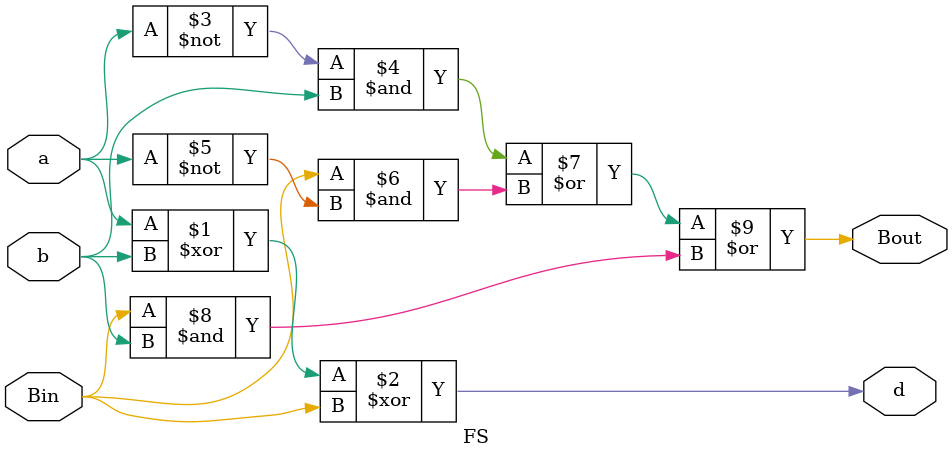
<source format=v>
module countUD5L(
    input clk,
    input Up,
    input Dw,
    input LD,
    input [4:0]Din,

    output [4:0]Q,
    output UTC,
    output DTC
);

    wire [4:0] D;
    wire [4:0] incr, decr;
    wire [4:0] carries;
    wire [4:0] borrows;
    
    FA FA0(
        .a(Q[0]),
        .b(1'b1),
        .Cin(1'b0),
        .s(incr[0]),
        .Cout(carries[0])
    );
    
    FA FA1(
        .a(Q[1]),
        .b(1'b0),
        .Cin(carries[0]),
        .s(incr[1]),
        .Cout(carries[1])
    );
    
    FA FA2(
        .a(Q[2]),
        .b(1'b0),
        .Cin(carries[1]),
        .s(incr[2]),
        .Cout(carries[2])
    );
    
    FA FA3(
        .a(Q[3]),
        .b(1'b0),
        .Cin(carries[2]),
        .s(incr[3]),
        .Cout(carries[3])
    );
    
    FA FA4(
        .a(Q[4]),
        .b(1'b0),
        .Cin(carries[3]),
        .s(incr[4]),
        .Cout(carries[4])
    );
    
    FS FS0(
        .a(Q[0]),
        .b(1'b1),
        .Bin(1'b0),
        .d(decr[0]),
        .Bout(borrows[0])
    );
    
    FS FS1(
        .a(Q[1]),
        .b(1'b0),
        .Bin(borrows[0]),
        .d(decr[1]),
        .Bout(borrows[1])
    );
    
    FS FS2(
        .a(Q[2]),
        .b(1'b0),
        .Bin(borrows[1]),
        .d(decr[2]),
        .Bout(borrows[2])
    );
    
    FS FS3(
        .a(Q[3]),
        .b(1'b0),
        .Bin(borrows[2]),
        .d(decr[3]),
        .Bout(borrows[3])
    );
    
    FS FS4(
        .a(Q[4]),
        .b(1'b0),
        .Bin(borrows[3]),
        .d(decr[4]),
        .Bout(borrows[4])
    );

    assign UTC = (Q == 5'b11111);
    assign DTC = (Q == 5'b00000);

    FDRE #(.INIT(1'b0)) Q0_FF (.C(clk), .R(1'b0), .CE(1'b1), .D(D[0]), .Q(Q[0]));
    FDRE #(.INIT(1'b0)) Q1_FF (.C(clk), .R(1'b0), .CE(1'b1), .D(D[1]), .Q(Q[1]));
    FDRE #(.INIT(1'b0)) Q2_FF (.C(clk), .R(1'b0), .CE(1'b1), .D(D[2]), .Q(Q[2]));
    FDRE #(.INIT(1'b0)) Q3_FF (.C(clk), .R(1'b0), .CE(1'b1), .D(D[3]), .Q(Q[3]));
    FDRE #(.INIT(1'b0)) Q4_FF (.C(clk), .R(1'b0), .CE(1'b1), .D(D[4]), .Q(Q[4]));
    
    wire [4:0] load_val = Din & {5{LD}};
    wire [4:0] incr_val = incr & {5{Up & ~Dw & ~LD}};
    wire [4:0] decr_val = decr & {5{~Up & Dw & ~LD}};
    wire [4:0] hold_val = Q & {5{~(LD | (Up & ~Dw) | (~Up & Dw))}};
    
    assign D = (load_val | incr_val | decr_val | hold_val);

endmodule

module FA(
    input a,     
    input b,      
    input Cin,   
    output s,    
    output Cout  
);

    assign s = a ^ b ^ Cin;
    
    assign Cout = (a & b) | (Cin & (a ^ b));

endmodule

module FS(
    input a,
    input b,
    input Bin,
    output d,
    output Bout
);
    assign d = a ^ b ^ Bin;
    assign Bout = (~a & b) | (Bin & ~a) | (Bin & b);

endmodule 

</source>
